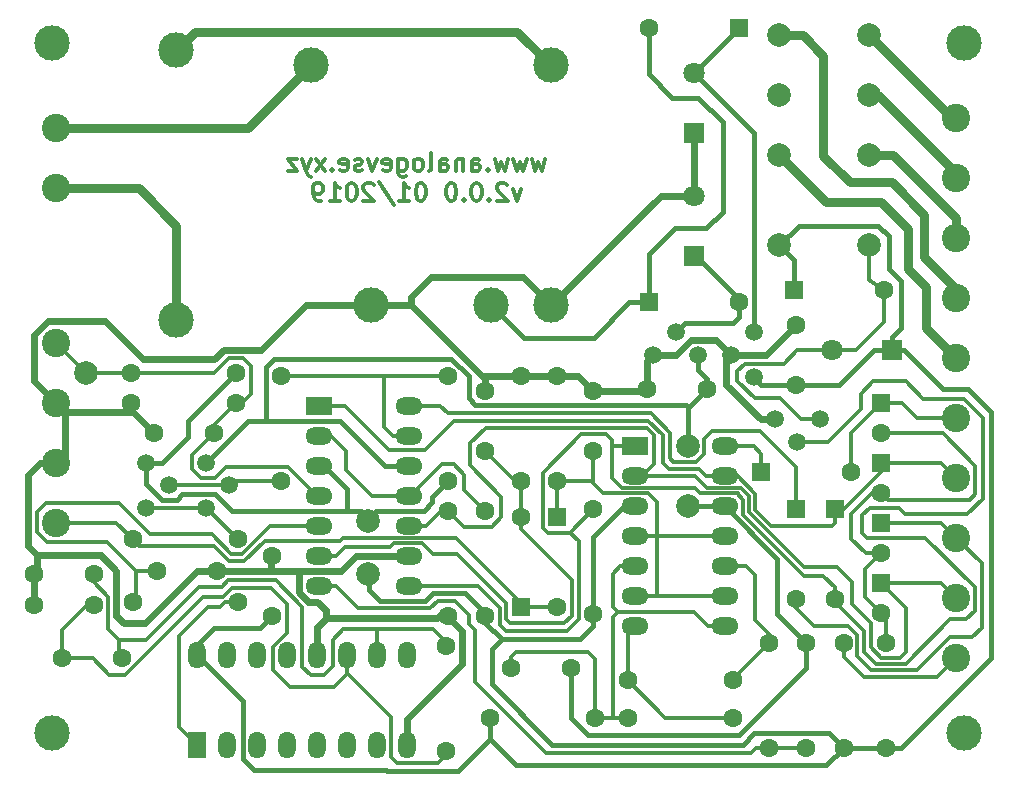
<source format=gbl>
G04 #@! TF.GenerationSoftware,KiCad,Pcbnew,(5.0.1-3-g963ef8bb5)*
G04 #@! TF.CreationDate,2019-01-03T16:06:43+01:00*
G04 #@! TF.ProjectId,AnalogEVSE,416E616C6F67455653452E6B69636164,1.6*
G04 #@! TF.SameCoordinates,Original*
G04 #@! TF.FileFunction,Copper,L2,Bot,Signal*
G04 #@! TF.FilePolarity,Positive*
%FSLAX46Y46*%
G04 Gerber Fmt 4.6, Leading zero omitted, Abs format (unit mm)*
G04 Created by KiCad (PCBNEW (5.0.1-3-g963ef8bb5)) date 2019 January 03, Thursday 16:06:43*
%MOMM*%
%LPD*%
G01*
G04 APERTURE LIST*
G04 #@! TA.AperFunction,NonConductor*
%ADD10C,0.300000*%
G04 #@! TD*
G04 #@! TA.AperFunction,ComponentPad*
%ADD11R,1.800000X1.800000*%
G04 #@! TD*
G04 #@! TA.AperFunction,ComponentPad*
%ADD12C,1.800000*%
G04 #@! TD*
G04 #@! TA.AperFunction,ComponentPad*
%ADD13C,1.600000*%
G04 #@! TD*
G04 #@! TA.AperFunction,ComponentPad*
%ADD14R,1.600000X1.600000*%
G04 #@! TD*
G04 #@! TA.AperFunction,ComponentPad*
%ADD15C,3.000000*%
G04 #@! TD*
G04 #@! TA.AperFunction,ComponentPad*
%ADD16C,2.000000*%
G04 #@! TD*
G04 #@! TA.AperFunction,ComponentPad*
%ADD17C,2.400000*%
G04 #@! TD*
G04 #@! TA.AperFunction,ComponentPad*
%ADD18C,1.500000*%
G04 #@! TD*
G04 #@! TA.AperFunction,ComponentPad*
%ADD19O,1.500000X2.286000*%
G04 #@! TD*
G04 #@! TA.AperFunction,ComponentPad*
%ADD20R,1.500000X2.286000*%
G04 #@! TD*
G04 #@! TA.AperFunction,ComponentPad*
%ADD21R,2.286000X1.500000*%
G04 #@! TD*
G04 #@! TA.AperFunction,ComponentPad*
%ADD22O,2.286000X1.500000*%
G04 #@! TD*
G04 #@! TA.AperFunction,ViaPad*
%ADD23C,1.400000*%
G04 #@! TD*
G04 #@! TA.AperFunction,Conductor*
%ADD24C,0.400000*%
G04 #@! TD*
G04 #@! TA.AperFunction,Conductor*
%ADD25C,0.600000*%
G04 #@! TD*
G04 #@! TA.AperFunction,Conductor*
%ADD26C,0.300000*%
G04 #@! TD*
G04 #@! TA.AperFunction,Conductor*
%ADD27C,0.800000*%
G04 #@! TD*
G04 APERTURE END LIST*
D10*
X152523257Y-42574171D02*
X152237542Y-43574171D01*
X151951828Y-42859885D01*
X151666114Y-43574171D01*
X151380400Y-42574171D01*
X150951828Y-42574171D02*
X150666114Y-43574171D01*
X150380400Y-42859885D01*
X150094685Y-43574171D01*
X149808971Y-42574171D01*
X149380400Y-42574171D02*
X149094685Y-43574171D01*
X148808971Y-42859885D01*
X148523257Y-43574171D01*
X148237542Y-42574171D01*
X147666114Y-43431314D02*
X147594685Y-43502742D01*
X147666114Y-43574171D01*
X147737542Y-43502742D01*
X147666114Y-43431314D01*
X147666114Y-43574171D01*
X146308971Y-43574171D02*
X146308971Y-42788457D01*
X146380400Y-42645600D01*
X146523257Y-42574171D01*
X146808971Y-42574171D01*
X146951828Y-42645600D01*
X146308971Y-43502742D02*
X146451828Y-43574171D01*
X146808971Y-43574171D01*
X146951828Y-43502742D01*
X147023257Y-43359885D01*
X147023257Y-43217028D01*
X146951828Y-43074171D01*
X146808971Y-43002742D01*
X146451828Y-43002742D01*
X146308971Y-42931314D01*
X145594685Y-42574171D02*
X145594685Y-43574171D01*
X145594685Y-42717028D02*
X145523257Y-42645600D01*
X145380400Y-42574171D01*
X145166114Y-42574171D01*
X145023257Y-42645600D01*
X144951828Y-42788457D01*
X144951828Y-43574171D01*
X143594685Y-43574171D02*
X143594685Y-42788457D01*
X143666114Y-42645600D01*
X143808971Y-42574171D01*
X144094685Y-42574171D01*
X144237542Y-42645600D01*
X143594685Y-43502742D02*
X143737542Y-43574171D01*
X144094685Y-43574171D01*
X144237542Y-43502742D01*
X144308971Y-43359885D01*
X144308971Y-43217028D01*
X144237542Y-43074171D01*
X144094685Y-43002742D01*
X143737542Y-43002742D01*
X143594685Y-42931314D01*
X142666114Y-43574171D02*
X142808971Y-43502742D01*
X142880400Y-43359885D01*
X142880400Y-42074171D01*
X141880400Y-43574171D02*
X142023257Y-43502742D01*
X142094685Y-43431314D01*
X142166114Y-43288457D01*
X142166114Y-42859885D01*
X142094685Y-42717028D01*
X142023257Y-42645600D01*
X141880400Y-42574171D01*
X141666114Y-42574171D01*
X141523257Y-42645600D01*
X141451828Y-42717028D01*
X141380400Y-42859885D01*
X141380400Y-43288457D01*
X141451828Y-43431314D01*
X141523257Y-43502742D01*
X141666114Y-43574171D01*
X141880400Y-43574171D01*
X140094685Y-42574171D02*
X140094685Y-43788457D01*
X140166114Y-43931314D01*
X140237542Y-44002742D01*
X140380400Y-44074171D01*
X140594685Y-44074171D01*
X140737542Y-44002742D01*
X140094685Y-43502742D02*
X140237542Y-43574171D01*
X140523257Y-43574171D01*
X140666114Y-43502742D01*
X140737542Y-43431314D01*
X140808971Y-43288457D01*
X140808971Y-42859885D01*
X140737542Y-42717028D01*
X140666114Y-42645600D01*
X140523257Y-42574171D01*
X140237542Y-42574171D01*
X140094685Y-42645600D01*
X138808971Y-43502742D02*
X138951828Y-43574171D01*
X139237542Y-43574171D01*
X139380400Y-43502742D01*
X139451828Y-43359885D01*
X139451828Y-42788457D01*
X139380400Y-42645600D01*
X139237542Y-42574171D01*
X138951828Y-42574171D01*
X138808971Y-42645600D01*
X138737542Y-42788457D01*
X138737542Y-42931314D01*
X139451828Y-43074171D01*
X138237542Y-42574171D02*
X137880400Y-43574171D01*
X137523257Y-42574171D01*
X137023257Y-43502742D02*
X136880400Y-43574171D01*
X136594685Y-43574171D01*
X136451828Y-43502742D01*
X136380400Y-43359885D01*
X136380400Y-43288457D01*
X136451828Y-43145600D01*
X136594685Y-43074171D01*
X136808971Y-43074171D01*
X136951828Y-43002742D01*
X137023257Y-42859885D01*
X137023257Y-42788457D01*
X136951828Y-42645600D01*
X136808971Y-42574171D01*
X136594685Y-42574171D01*
X136451828Y-42645600D01*
X135166114Y-43502742D02*
X135308971Y-43574171D01*
X135594685Y-43574171D01*
X135737542Y-43502742D01*
X135808971Y-43359885D01*
X135808971Y-42788457D01*
X135737542Y-42645600D01*
X135594685Y-42574171D01*
X135308971Y-42574171D01*
X135166114Y-42645600D01*
X135094685Y-42788457D01*
X135094685Y-42931314D01*
X135808971Y-43074171D01*
X134451828Y-43431314D02*
X134380400Y-43502742D01*
X134451828Y-43574171D01*
X134523257Y-43502742D01*
X134451828Y-43431314D01*
X134451828Y-43574171D01*
X133880400Y-43574171D02*
X133094685Y-42574171D01*
X133880400Y-42574171D02*
X133094685Y-43574171D01*
X132666114Y-42574171D02*
X132308971Y-43574171D01*
X131951828Y-42574171D02*
X132308971Y-43574171D01*
X132451828Y-43931314D01*
X132523257Y-44002742D01*
X132666114Y-44074171D01*
X131523257Y-42574171D02*
X130737542Y-42574171D01*
X131523257Y-43574171D01*
X130737542Y-43574171D01*
X150487542Y-45124171D02*
X150130400Y-46124171D01*
X149773257Y-45124171D01*
X149273257Y-44767028D02*
X149201828Y-44695600D01*
X149058971Y-44624171D01*
X148701828Y-44624171D01*
X148558971Y-44695600D01*
X148487542Y-44767028D01*
X148416114Y-44909885D01*
X148416114Y-45052742D01*
X148487542Y-45267028D01*
X149344685Y-46124171D01*
X148416114Y-46124171D01*
X147773257Y-45981314D02*
X147701828Y-46052742D01*
X147773257Y-46124171D01*
X147844685Y-46052742D01*
X147773257Y-45981314D01*
X147773257Y-46124171D01*
X146773257Y-44624171D02*
X146630400Y-44624171D01*
X146487542Y-44695600D01*
X146416114Y-44767028D01*
X146344685Y-44909885D01*
X146273257Y-45195600D01*
X146273257Y-45552742D01*
X146344685Y-45838457D01*
X146416114Y-45981314D01*
X146487542Y-46052742D01*
X146630400Y-46124171D01*
X146773257Y-46124171D01*
X146916114Y-46052742D01*
X146987542Y-45981314D01*
X147058971Y-45838457D01*
X147130400Y-45552742D01*
X147130400Y-45195600D01*
X147058971Y-44909885D01*
X146987542Y-44767028D01*
X146916114Y-44695600D01*
X146773257Y-44624171D01*
X145630400Y-45981314D02*
X145558971Y-46052742D01*
X145630400Y-46124171D01*
X145701828Y-46052742D01*
X145630400Y-45981314D01*
X145630400Y-46124171D01*
X144630400Y-44624171D02*
X144487542Y-44624171D01*
X144344685Y-44695600D01*
X144273257Y-44767028D01*
X144201828Y-44909885D01*
X144130400Y-45195600D01*
X144130400Y-45552742D01*
X144201828Y-45838457D01*
X144273257Y-45981314D01*
X144344685Y-46052742D01*
X144487542Y-46124171D01*
X144630400Y-46124171D01*
X144773257Y-46052742D01*
X144844685Y-45981314D01*
X144916114Y-45838457D01*
X144987542Y-45552742D01*
X144987542Y-45195600D01*
X144916114Y-44909885D01*
X144844685Y-44767028D01*
X144773257Y-44695600D01*
X144630400Y-44624171D01*
X142058971Y-44624171D02*
X141916114Y-44624171D01*
X141773257Y-44695600D01*
X141701828Y-44767028D01*
X141630400Y-44909885D01*
X141558971Y-45195600D01*
X141558971Y-45552742D01*
X141630400Y-45838457D01*
X141701828Y-45981314D01*
X141773257Y-46052742D01*
X141916114Y-46124171D01*
X142058971Y-46124171D01*
X142201828Y-46052742D01*
X142273257Y-45981314D01*
X142344685Y-45838457D01*
X142416114Y-45552742D01*
X142416114Y-45195600D01*
X142344685Y-44909885D01*
X142273257Y-44767028D01*
X142201828Y-44695600D01*
X142058971Y-44624171D01*
X140130400Y-46124171D02*
X140987542Y-46124171D01*
X140558971Y-46124171D02*
X140558971Y-44624171D01*
X140701828Y-44838457D01*
X140844685Y-44981314D01*
X140987542Y-45052742D01*
X138416114Y-44552742D02*
X139701828Y-46481314D01*
X137987542Y-44767028D02*
X137916114Y-44695600D01*
X137773257Y-44624171D01*
X137416114Y-44624171D01*
X137273257Y-44695600D01*
X137201828Y-44767028D01*
X137130400Y-44909885D01*
X137130400Y-45052742D01*
X137201828Y-45267028D01*
X138058971Y-46124171D01*
X137130400Y-46124171D01*
X136201828Y-44624171D02*
X136058971Y-44624171D01*
X135916114Y-44695600D01*
X135844685Y-44767028D01*
X135773257Y-44909885D01*
X135701828Y-45195600D01*
X135701828Y-45552742D01*
X135773257Y-45838457D01*
X135844685Y-45981314D01*
X135916114Y-46052742D01*
X136058971Y-46124171D01*
X136201828Y-46124171D01*
X136344685Y-46052742D01*
X136416114Y-45981314D01*
X136487542Y-45838457D01*
X136558971Y-45552742D01*
X136558971Y-45195600D01*
X136487542Y-44909885D01*
X136416114Y-44767028D01*
X136344685Y-44695600D01*
X136201828Y-44624171D01*
X134273257Y-46124171D02*
X135130400Y-46124171D01*
X134701828Y-46124171D02*
X134701828Y-44624171D01*
X134844685Y-44838457D01*
X134987542Y-44981314D01*
X135130400Y-45052742D01*
X133558971Y-46124171D02*
X133273257Y-46124171D01*
X133130400Y-46052742D01*
X133058971Y-45981314D01*
X132916114Y-45767028D01*
X132844685Y-45481314D01*
X132844685Y-44909885D01*
X132916114Y-44767028D01*
X132987542Y-44695600D01*
X133130400Y-44624171D01*
X133416114Y-44624171D01*
X133558971Y-44695600D01*
X133630400Y-44767028D01*
X133701828Y-44909885D01*
X133701828Y-45267028D01*
X133630400Y-45409885D01*
X133558971Y-45481314D01*
X133416114Y-45552742D01*
X133130400Y-45552742D01*
X132987542Y-45481314D01*
X132916114Y-45409885D01*
X132844685Y-45267028D01*
D11*
G04 #@! TO.P,C1,2*
G04 #@! TO.N,GND*
X165100000Y-40386000D03*
D12*
G04 #@! TO.P,C1,1*
G04 #@! TO.N,Net-(C1-Pad1)*
X165100000Y-35306000D03*
G04 #@! TD*
D13*
G04 #@! TO.P,C2,1*
G04 #@! TO.N,GND*
X173736000Y-56642000D03*
G04 #@! TO.P,C2,2*
G04 #@! TO.N,+12V*
X173736000Y-61722000D03*
G04 #@! TD*
G04 #@! TO.P,C3,1*
G04 #@! TO.N,-12V*
X154686000Y-85725000D03*
G04 #@! TO.P,C3,2*
G04 #@! TO.N,Vconn*
X149606000Y-85725000D03*
G04 #@! TD*
D11*
G04 #@! TO.P,C4,2*
G04 #@! TO.N,Net-(C4-Pad2)*
X165100000Y-50800000D03*
D12*
G04 #@! TO.P,C4,1*
G04 #@! TO.N,GND*
X165100000Y-45720000D03*
G04 #@! TD*
D13*
G04 #@! TO.P,C5,1*
G04 #@! TO.N,-12V*
X166243000Y-62103000D03*
G04 #@! TO.P,C5,2*
G04 #@! TO.N,GND*
X161163000Y-62103000D03*
G04 #@! TD*
G04 #@! TO.P,C7,1*
G04 #@! TO.N,+12V*
X129387600Y-81305400D03*
G04 #@! TO.P,C7,2*
G04 #@! TO.N,GND*
X129387600Y-76225400D03*
G04 #@! TD*
G04 #@! TO.P,C8,1*
G04 #@! TO.N,Net-(C8-Pad1)*
X119634000Y-77470000D03*
G04 #@! TO.P,C8,2*
G04 #@! TO.N,GND*
X124714000Y-77470000D03*
G04 #@! TD*
G04 #@! TO.P,C9,1*
G04 #@! TO.N,Net-(C9-Pad1)*
X114300000Y-80391000D03*
G04 #@! TO.P,C9,2*
G04 #@! TO.N,GND*
X109220000Y-80391000D03*
G04 #@! TD*
G04 #@! TO.P,C10,1*
G04 #@! TO.N,Net-(C10-Pad1)*
X114300000Y-77724000D03*
G04 #@! TO.P,C10,2*
G04 #@! TO.N,GND*
X109220000Y-77724000D03*
G04 #@! TD*
G04 #@! TO.P,C11,1*
G04 #@! TO.N,Net-(C11-Pad1)*
X124460000Y-65786000D03*
G04 #@! TO.P,C11,2*
G04 #@! TO.N,GND*
X119380000Y-65786000D03*
G04 #@! TD*
G04 #@! TO.P,C12,1*
G04 #@! TO.N,Net-(C12-Pad1)*
X156591000Y-67310000D03*
G04 #@! TO.P,C12,2*
G04 #@! TO.N,GND*
X156591000Y-62230000D03*
G04 #@! TD*
G04 #@! TO.P,C13,1*
G04 #@! TO.N,Net-(C13-Pad1)*
X147447000Y-67310000D03*
G04 #@! TO.P,C13,2*
G04 #@! TO.N,GND*
X147447000Y-62230000D03*
G04 #@! TD*
D14*
G04 #@! TO.P,D1,2*
G04 #@! TO.N,Net-(C1-Pad1)*
X168910000Y-31496000D03*
D13*
G04 #@! TO.P,D1,1*
G04 #@! TO.N,Net-(D1-Pad1)*
X161290000Y-31496000D03*
G04 #@! TD*
D14*
G04 #@! TO.P,D3,2*
G04 #@! TO.N,+12V*
X173609000Y-53721000D03*
D13*
G04 #@! TO.P,D3,1*
G04 #@! TO.N,Net-(C6-Pad2)*
X181229000Y-53721000D03*
G04 #@! TD*
D14*
G04 #@! TO.P,D6,2*
G04 #@! TO.N,Net-(D6-Pad2)*
X177038000Y-72263000D03*
D13*
G04 #@! TO.P,D6,1*
G04 #@! TO.N,Net-(D6-Pad1)*
X177038000Y-79883000D03*
G04 #@! TD*
D15*
G04 #@! TO.P,F1,1*
G04 #@! TO.N,Net-(F1-Pad1)*
X121285000Y-56261000D03*
G04 #@! TO.P,F1,2*
G04 #@! TO.N,Net-(F1-Pad2)*
X121285000Y-33401000D03*
G04 #@! TD*
D16*
G04 #@! TO.P,K1,16*
G04 #@! TO.N,Net-(K1-Pad16)*
X179959000Y-32131000D03*
G04 #@! TO.P,K1,1*
G04 #@! TO.N,Net-(K1-Pad1)*
X172339000Y-32131000D03*
G04 #@! TO.P,K1,3*
G04 #@! TO.N,Net-(K1-Pad3)*
X172339000Y-37211000D03*
G04 #@! TO.P,K1,5*
G04 #@! TO.N,Net-(K1-Pad5)*
X172339000Y-42291000D03*
G04 #@! TO.P,K1,8*
G04 #@! TO.N,+12V*
X172339000Y-49911000D03*
G04 #@! TO.P,K1,9*
G04 #@! TO.N,Net-(C6-Pad2)*
X179959000Y-49911000D03*
G04 #@! TO.P,K1,12*
G04 #@! TO.N,Net-(K1-Pad12)*
X179959000Y-42291000D03*
G04 #@! TO.P,K1,14*
G04 #@! TO.N,Net-(K1-Pad14)*
X179959000Y-37211000D03*
G04 #@! TD*
D17*
G04 #@! TO.P,P1,1*
G04 #@! TO.N,Net-(F1-Pad1)*
X111125000Y-45085000D03*
G04 #@! TO.P,P1,2*
G04 #@! TO.N,Net-(P1-Pad2)*
X111125000Y-40005000D03*
G04 #@! TD*
G04 #@! TO.P,P2,1*
G04 #@! TO.N,Net-(K1-Pad12)*
X187325000Y-49276000D03*
G04 #@! TO.P,P2,2*
G04 #@! TO.N,Net-(K1-Pad14)*
X187325000Y-44196000D03*
G04 #@! TO.P,P2,3*
G04 #@! TO.N,Net-(K1-Pad16)*
X187325000Y-39116000D03*
G04 #@! TD*
G04 #@! TO.P,P3,1*
G04 #@! TO.N,Net-(K1-Pad5)*
X187325000Y-59436000D03*
G04 #@! TO.P,P3,2*
G04 #@! TO.N,Net-(K1-Pad1)*
X187325000Y-54356000D03*
G04 #@! TD*
G04 #@! TO.P,P4,1*
G04 #@! TO.N,Net-(D10-Pad1)*
X111125000Y-73406000D03*
G04 #@! TO.P,P4,2*
G04 #@! TO.N,GND*
X111125000Y-68326000D03*
G04 #@! TD*
G04 #@! TO.P,P5,1*
G04 #@! TO.N,Net-(D4-Pad1)*
X187325000Y-74676000D03*
G04 #@! TO.P,P5,2*
G04 #@! TO.N,Net-(D6-Pad2)*
X187325000Y-69596000D03*
G04 #@! TO.P,P5,3*
G04 #@! TO.N,Net-(D5-Pad1)*
X187325000Y-64516000D03*
G04 #@! TD*
G04 #@! TO.P,P6,1*
G04 #@! TO.N,Net-(C11-Pad1)*
X111125000Y-58166000D03*
G04 #@! TO.P,P6,2*
G04 #@! TO.N,GND*
X111125000Y-63246000D03*
G04 #@! TD*
G04 #@! TO.P,P7,1*
G04 #@! TO.N,Net-(P7-Pad1)*
X187325000Y-84836000D03*
G04 #@! TO.P,P7,2*
G04 #@! TO.N,Net-(D11-Pad2)*
X187325000Y-79756000D03*
G04 #@! TD*
D18*
G04 #@! TO.P,Q1,2*
G04 #@! TO.N,Net-(Q1-Pad2)*
X120650000Y-70231000D03*
G04 #@! TO.P,Q1,3*
G04 #@! TO.N,+12V*
X118745000Y-68326000D03*
G04 #@! TO.P,Q1,1*
G04 #@! TO.N,Net-(Q1-Pad1)*
X118745000Y-72136000D03*
G04 #@! TD*
G04 #@! TO.P,U1,GND*
G04 #@! TO.N,GND*
X168275000Y-59182000D03*
G04 #@! TO.P,U1,VO*
G04 #@! TO.N,+12V*
X170180000Y-61087000D03*
G04 #@! TO.P,U1,VI*
G04 #@! TO.N,Net-(C1-Pad1)*
X170180000Y-57277000D03*
G04 #@! TD*
G04 #@! TO.P,U2,VI*
G04 #@! TO.N,Net-(C4-Pad2)*
X163576000Y-57277000D03*
G04 #@! TO.P,U2,GND*
G04 #@! TO.N,GND*
X161671000Y-59182000D03*
G04 #@! TO.P,U2,VO*
G04 #@! TO.N,-12V*
X165481000Y-59182000D03*
G04 #@! TD*
D19*
G04 #@! TO.P,U4,15*
G04 #@! TO.N,Net-(U4-Pad15)*
X125603000Y-84582000D03*
G04 #@! TO.P,U4,14*
G04 #@! TO.N,Net-(U4-Pad14)*
X128143000Y-84582000D03*
D20*
G04 #@! TO.P,U4,1*
G04 #@! TO.N,Net-(R7-Pad1)*
X123063000Y-92202000D03*
D19*
G04 #@! TO.P,U4,2*
G04 #@! TO.N,Net-(U4-Pad2)*
X125603000Y-92202000D03*
G04 #@! TO.P,U4,3*
G04 #@! TO.N,Net-(U4-Pad3)*
X128143000Y-92202000D03*
G04 #@! TO.P,U4,4*
G04 #@! TO.N,Net-(U4-Pad4)*
X130683000Y-92202000D03*
G04 #@! TO.P,U4,5*
G04 #@! TO.N,Net-(U4-Pad5)*
X133223000Y-92202000D03*
G04 #@! TO.P,U4,6*
G04 #@! TO.N,Net-(U4-Pad6)*
X135763000Y-92202000D03*
G04 #@! TO.P,U4,7*
G04 #@! TO.N,Net-(U4-Pad7)*
X138303000Y-92202000D03*
G04 #@! TO.P,U4,8*
G04 #@! TO.N,GND*
X140843000Y-92202000D03*
G04 #@! TO.P,U4,9*
G04 #@! TO.N,Net-(U4-Pad9)*
X140843000Y-84582000D03*
G04 #@! TO.P,U4,10*
G04 #@! TO.N,Net-(C10-Pad1)*
X138303000Y-84582000D03*
G04 #@! TO.P,U4,11*
G04 #@! TO.N,Net-(C9-Pad1)*
X135763000Y-84582000D03*
G04 #@! TO.P,U4,12*
G04 #@! TO.N,GND*
X133223000Y-84582000D03*
G04 #@! TO.P,U4,13*
G04 #@! TO.N,Net-(U4-Pad13)*
X130683000Y-84582000D03*
G04 #@! TO.P,U4,16*
G04 #@! TO.N,+12V*
X123063000Y-84582000D03*
G04 #@! TD*
D13*
G04 #@! TO.P,Y1,1*
G04 #@! TO.N,Net-(C9-Pad1)*
X111607600Y-84836000D03*
G04 #@! TO.P,Y1,2*
G04 #@! TO.N,Net-(C10-Pad1)*
X116687600Y-84836000D03*
G04 #@! TD*
G04 #@! TO.P,R1,1*
G04 #@! TO.N,+12V*
X147828000Y-89916000D03*
G04 #@! TO.P,R1,2*
G04 #@! TO.N,Vconn*
X156718000Y-89916000D03*
G04 #@! TD*
G04 #@! TO.P,R2,1*
G04 #@! TO.N,Vconn*
X159512000Y-89916000D03*
G04 #@! TO.P,R2,2*
G04 #@! TO.N,Vcharge*
X168402000Y-89916000D03*
G04 #@! TD*
G04 #@! TO.P,R3,1*
G04 #@! TO.N,Vcharge*
X159512000Y-86741000D03*
G04 #@! TO.P,R3,2*
G04 #@! TO.N,Vmin*
X168402000Y-86741000D03*
G04 #@! TD*
G04 #@! TO.P,R4,1*
G04 #@! TO.N,Vmin*
X171450000Y-83566000D03*
G04 #@! TO.P,R4,2*
G04 #@! TO.N,Vneg*
X171450000Y-92456000D03*
G04 #@! TD*
G04 #@! TO.P,R5,1*
G04 #@! TO.N,Vneg*
X174625000Y-92456000D03*
G04 #@! TO.P,R5,2*
G04 #@! TO.N,-12V*
X174625000Y-83566000D03*
G04 #@! TD*
G04 #@! TO.P,R6,1*
G04 #@! TO.N,Net-(D6-Pad1)*
X156591000Y-72263000D03*
G04 #@! TO.P,R6,2*
G04 #@! TO.N,+12V*
X156591000Y-81153000D03*
G04 #@! TD*
G04 #@! TO.P,R7,1*
G04 #@! TO.N,Net-(R7-Pad1)*
X126492000Y-80137000D03*
G04 #@! TO.P,R7,2*
G04 #@! TO.N,Net-(C8-Pad1)*
X117602000Y-80137000D03*
G04 #@! TD*
G04 #@! TO.P,R8,1*
G04 #@! TO.N,Net-(C9-Pad1)*
X144145000Y-92710000D03*
G04 #@! TO.P,R8,2*
G04 #@! TO.N,Net-(C10-Pad1)*
X144145000Y-83820000D03*
G04 #@! TD*
G04 #@! TO.P,R9,1*
G04 #@! TO.N,+12V*
X181356000Y-92456000D03*
G04 #@! TO.P,R9,2*
G04 #@! TO.N,Net-(D11-Pad1)*
X181356000Y-83566000D03*
G04 #@! TD*
G04 #@! TO.P,R10,1*
G04 #@! TO.N,Net-(R10-Pad1)*
X147447000Y-72390000D03*
G04 #@! TO.P,R10,2*
G04 #@! TO.N,+12V*
X147447000Y-81280000D03*
G04 #@! TD*
G04 #@! TO.P,R11,1*
G04 #@! TO.N,Net-(C11-Pad1)*
X117475000Y-60706000D03*
G04 #@! TO.P,R11,2*
G04 #@! TO.N,+12V*
X126365000Y-60706000D03*
G04 #@! TD*
G04 #@! TO.P,R12,1*
G04 #@! TO.N,Net-(Q1-Pad1)*
X126492000Y-74803000D03*
G04 #@! TO.P,R12,2*
G04 #@! TO.N,Net-(D10-Pad1)*
X117602000Y-74803000D03*
G04 #@! TD*
G04 #@! TO.P,R13,1*
G04 #@! TO.N,GND*
X117475000Y-63246000D03*
G04 #@! TO.P,R13,2*
G04 #@! TO.N,Net-(C11-Pad1)*
X126365000Y-63246000D03*
G04 #@! TD*
G04 #@! TO.P,R14,1*
G04 #@! TO.N,GND*
X153543000Y-60960000D03*
G04 #@! TO.P,R14,2*
G04 #@! TO.N,Net-(C12-Pad1)*
X153543000Y-69850000D03*
G04 #@! TD*
G04 #@! TO.P,R15,1*
G04 #@! TO.N,Net-(R15-Pad1)*
X130175000Y-60960000D03*
G04 #@! TO.P,R15,2*
G04 #@! TO.N,Net-(Q1-Pad2)*
X130175000Y-69850000D03*
G04 #@! TD*
G04 #@! TO.P,R16,1*
G04 #@! TO.N,Net-(R15-Pad1)*
X144272000Y-60960000D03*
G04 #@! TO.P,R16,2*
G04 #@! TO.N,+12V*
X144272000Y-69850000D03*
G04 #@! TD*
D11*
G04 #@! TO.P,C6,1*
G04 #@! TO.N,+12V*
X181864000Y-58801000D03*
D12*
G04 #@! TO.P,C6,2*
G04 #@! TO.N,Net-(C6-Pad2)*
X176784000Y-58801000D03*
G04 #@! TD*
D14*
G04 #@! TO.P,D2,2*
G04 #@! TO.N,Net-(D1-Pad1)*
X161290000Y-54737000D03*
D13*
G04 #@! TO.P,D2,1*
G04 #@! TO.N,Net-(C4-Pad2)*
X168910000Y-54737000D03*
G04 #@! TD*
D14*
G04 #@! TO.P,D7,2*
G04 #@! TO.N,Net-(D4-Pad1)*
X180975000Y-73406000D03*
D13*
G04 #@! TO.P,D7,1*
G04 #@! TO.N,Net-(D11-Pad1)*
X180975000Y-75946000D03*
G04 #@! TD*
D14*
G04 #@! TO.P,D8,2*
G04 #@! TO.N,Net-(D5-Pad1)*
X180975000Y-63246000D03*
D13*
G04 #@! TO.P,D8,1*
G04 #@! TO.N,Net-(D11-Pad1)*
X180975000Y-65786000D03*
G04 #@! TD*
D14*
G04 #@! TO.P,D9,2*
G04 #@! TO.N,Net-(D6-Pad2)*
X180975000Y-68326000D03*
D13*
G04 #@! TO.P,D9,1*
G04 #@! TO.N,Net-(D11-Pad1)*
X180975000Y-70866000D03*
G04 #@! TD*
D14*
G04 #@! TO.P,D10,2*
G04 #@! TO.N,Net-(C12-Pad1)*
X153543000Y-72898000D03*
D13*
G04 #@! TO.P,D10,1*
G04 #@! TO.N,Net-(D10-Pad1)*
X153543000Y-80518000D03*
G04 #@! TD*
D14*
G04 #@! TO.P,D11,2*
G04 #@! TO.N,Net-(D11-Pad2)*
X180975000Y-78486000D03*
D13*
G04 #@! TO.P,D11,1*
G04 #@! TO.N,Net-(D11-Pad1)*
X180975000Y-81026000D03*
G04 #@! TD*
D14*
G04 #@! TO.P,D12,2*
G04 #@! TO.N,Net-(D10-Pad1)*
X150495000Y-80518000D03*
D13*
G04 #@! TO.P,D12,1*
G04 #@! TO.N,Net-(C13-Pad1)*
X150495000Y-72898000D03*
G04 #@! TD*
D18*
G04 #@! TO.P,Q2,2*
G04 #@! TO.N,Net-(Q1-Pad2)*
X125730000Y-70231000D03*
G04 #@! TO.P,Q2,3*
G04 #@! TO.N,-12V*
X123825000Y-68326000D03*
G04 #@! TO.P,Q2,1*
G04 #@! TO.N,Net-(Q1-Pad1)*
X123825000Y-72136000D03*
G04 #@! TD*
D13*
G04 #@! TO.P,R17,1*
G04 #@! TO.N,+12V*
X177800000Y-92456000D03*
G04 #@! TO.P,R17,2*
G04 #@! TO.N,Net-(P7-Pad1)*
X177800000Y-83566000D03*
G04 #@! TD*
G04 #@! TO.P,R18,1*
G04 #@! TO.N,Net-(D11-Pad2)*
X144272000Y-72390000D03*
G04 #@! TO.P,R18,2*
G04 #@! TO.N,GND*
X144272000Y-81280000D03*
G04 #@! TD*
G04 #@! TO.P,R19,1*
G04 #@! TO.N,GND*
X150495000Y-60960000D03*
G04 #@! TO.P,R19,2*
G04 #@! TO.N,Net-(C13-Pad1)*
X150495000Y-69850000D03*
G04 #@! TD*
D18*
G04 #@! TO.P,Q3,2*
G04 #@! TO.N,Net-(D6-Pad1)*
X173863000Y-66548000D03*
G04 #@! TO.P,Q3,3*
G04 #@! TO.N,Net-(C6-Pad2)*
X175768000Y-64643000D03*
G04 #@! TO.P,Q3,1*
G04 #@! TO.N,GND*
X171958000Y-64643000D03*
G04 #@! TD*
D14*
G04 #@! TO.P,D4,2*
G04 #@! TO.N,Net-(D4-Pad2)*
X173736000Y-72263000D03*
D13*
G04 #@! TO.P,D4,1*
G04 #@! TO.N,Net-(D4-Pad1)*
X173736000Y-79883000D03*
G04 #@! TD*
D14*
G04 #@! TO.P,D5,2*
G04 #@! TO.N,Net-(D5-Pad2)*
X170815000Y-69088000D03*
D13*
G04 #@! TO.P,D5,1*
G04 #@! TO.N,Net-(D5-Pad1)*
X178435000Y-69088000D03*
G04 #@! TD*
D15*
G04 #@! TO.P,,*
G04 #@! TO.N,*
X187960000Y-32766000D03*
G04 #@! TD*
G04 #@! TO.P,,*
G04 #@! TO.N,*
X110744000Y-32766000D03*
G04 #@! TD*
G04 #@! TO.P,,*
G04 #@! TO.N,*
X110744000Y-91186000D03*
G04 #@! TD*
G04 #@! TO.P,,*
G04 #@! TO.N,*
X187960000Y-91186000D03*
G04 #@! TD*
D16*
G04 #@! TO.P,RV1,1*
G04 #@! TO.N,Net-(C11-Pad1)*
X111125000Y-58166000D03*
G04 #@! TO.P,RV1,2*
X113665000Y-60706000D03*
G04 #@! TO.P,RV1,3*
G04 #@! TO.N,GND*
X111125000Y-63246000D03*
G04 #@! TD*
G04 #@! TO.P,,2*
G04 #@! TO.N,+12V*
X137541000Y-73279000D03*
G04 #@! TD*
G04 #@! TO.P,,2*
G04 #@! TO.N,+12V*
X137541000Y-77724000D03*
G04 #@! TD*
G04 #@! TO.P,,2*
G04 #@! TO.N,-12V*
X164592000Y-66878200D03*
G04 #@! TD*
G04 #@! TO.P,,2*
G04 #@! TO.N,-12V*
X164592000Y-72009000D03*
G04 #@! TD*
D21*
G04 #@! TO.P,U3,1*
G04 #@! TO.N,Net-(D6-Pad1)*
X160147000Y-66929000D03*
D22*
G04 #@! TO.P,U3,2*
G04 #@! TO.N,Net-(D11-Pad2)*
X160147000Y-69469000D03*
G04 #@! TO.P,U3,3*
G04 #@! TO.N,+12V*
X160147000Y-72009000D03*
G04 #@! TO.P,U3,4*
G04 #@! TO.N,Net-(C12-Pad1)*
X160147000Y-74549000D03*
G04 #@! TO.P,U3,5*
G04 #@! TO.N,Vconn*
X160147000Y-77089000D03*
G04 #@! TO.P,U3,6*
G04 #@! TO.N,Net-(C12-Pad1)*
X160147000Y-79629000D03*
G04 #@! TO.P,U3,7*
G04 #@! TO.N,Vcharge*
X160147000Y-82169000D03*
G04 #@! TO.P,U3,8*
G04 #@! TO.N,Vconn*
X167767000Y-82169000D03*
G04 #@! TO.P,U3,9*
G04 #@! TO.N,Net-(C12-Pad1)*
X167767000Y-79629000D03*
G04 #@! TO.P,U3,10*
G04 #@! TO.N,Vmin*
X167767000Y-77089000D03*
G04 #@! TO.P,U3,11*
G04 #@! TO.N,Net-(C12-Pad1)*
X167767000Y-74549000D03*
G04 #@! TO.P,U3,12*
G04 #@! TO.N,-12V*
X167767000Y-72009000D03*
G04 #@! TO.P,U3,13*
G04 #@! TO.N,Net-(D6-Pad2)*
X167767000Y-69469000D03*
G04 #@! TO.P,U3,14*
G04 #@! TO.N,Net-(D5-Pad2)*
X167767000Y-66929000D03*
G04 #@! TD*
D21*
G04 #@! TO.P,U5,1*
G04 #@! TO.N,Net-(D6-Pad2)*
X133350000Y-63500000D03*
D22*
G04 #@! TO.P,U5,2*
G04 #@! TO.N,Net-(R10-Pad1)*
X133350000Y-66040000D03*
G04 #@! TO.P,U5,3*
G04 #@! TO.N,+12V*
X133350000Y-68580000D03*
G04 #@! TO.P,U5,4*
G04 #@! TO.N,Net-(C11-Pad1)*
X133350000Y-71120000D03*
G04 #@! TO.P,U5,5*
G04 #@! TO.N,Net-(C8-Pad1)*
X133350000Y-73660000D03*
G04 #@! TO.P,U5,6*
G04 #@! TO.N,Net-(C13-Pad1)*
X133350000Y-76200000D03*
G04 #@! TO.P,U5,7*
G04 #@! TO.N,Vneg*
X133350000Y-78740000D03*
G04 #@! TO.P,U5,8*
G04 #@! TO.N,Net-(D6-Pad1)*
X140970000Y-78740000D03*
G04 #@! TO.P,U5,9*
G04 #@! TO.N,GND*
X140970000Y-76200000D03*
G04 #@! TO.P,U5,10*
G04 #@! TO.N,Net-(D11-Pad2)*
X140970000Y-73660000D03*
G04 #@! TO.P,U5,11*
G04 #@! TO.N,Net-(R10-Pad1)*
X140970000Y-71120000D03*
G04 #@! TO.P,U5,12*
G04 #@! TO.N,-12V*
X140970000Y-68580000D03*
G04 #@! TO.P,U5,13*
G04 #@! TO.N,Net-(R15-Pad1)*
X140970000Y-66040000D03*
G04 #@! TO.P,U5,14*
G04 #@! TO.N,Net-(D4-Pad2)*
X140970000Y-63500000D03*
G04 #@! TD*
D15*
G04 #@! TO.P,T1,4*
G04 #@! TO.N,GND*
X153035000Y-54991000D03*
G04 #@! TO.P,T1,3*
G04 #@! TO.N,Net-(D1-Pad1)*
X147955000Y-54991000D03*
G04 #@! TO.P,T1,4*
G04 #@! TO.N,GND*
X137795000Y-54991000D03*
G04 #@! TO.P,T1,2*
G04 #@! TO.N,Net-(F1-Pad2)*
X153035000Y-34671000D03*
G04 #@! TO.P,T1,1*
G04 #@! TO.N,Net-(P1-Pad2)*
X132715000Y-34671000D03*
G04 #@! TD*
D23*
G04 #@! TO.N,+12V*
X137541000Y-77724000D03*
X137541000Y-73279000D03*
X137541000Y-73406000D03*
X137541000Y-77520800D03*
G04 #@! TO.N,-12V*
X164592000Y-71907400D03*
X164592000Y-67030600D03*
G04 #@! TD*
D24*
G04 #@! TO.N,+12V*
X169240200Y-92176600D02*
X153085800Y-92176600D01*
X170189100Y-91227700D02*
X169240200Y-92176600D01*
X177800000Y-92456000D02*
X176571700Y-91227700D01*
X170189100Y-91227700D02*
X176571700Y-91227700D01*
X147980400Y-84099400D02*
X148844000Y-83235800D01*
X147980400Y-87071200D02*
X147980400Y-84099400D01*
X153085800Y-92176600D02*
X147980400Y-87071200D01*
X147447000Y-81280000D02*
X147447000Y-81838800D01*
X147447000Y-81838800D02*
X148844000Y-83235800D01*
X156591000Y-82143600D02*
X156591000Y-81153000D01*
X148844000Y-83235800D02*
X155498800Y-83235800D01*
X155498800Y-83235800D02*
X156591000Y-82143600D01*
X123063000Y-84582000D02*
X123063000Y-83718400D01*
X123063000Y-83718400D02*
X124460000Y-82321400D01*
X128371600Y-82321400D02*
X129387600Y-81305400D01*
X124460000Y-82321400D02*
X128371600Y-82321400D01*
X139014200Y-94310200D02*
X127863600Y-94310200D01*
X139090400Y-94386400D02*
X139014200Y-94310200D01*
X147828000Y-91705000D02*
X145146600Y-94386400D01*
X145146600Y-94386400D02*
X139090400Y-94386400D01*
X126949200Y-88468200D02*
X123063000Y-84582000D01*
X126949200Y-93395800D02*
X126949200Y-88468200D01*
X127863600Y-94310200D02*
X126949200Y-93395800D01*
X173736000Y-61722000D02*
X170815000Y-61722000D01*
X170815000Y-61722000D02*
X170180000Y-61087000D01*
X173736000Y-61722000D02*
X177419000Y-61722000D01*
X137566400Y-77749400D02*
X137566400Y-79044800D01*
X143002000Y-79349600D02*
X142367000Y-79984600D01*
X142367000Y-79984600D02*
X138506200Y-79984600D01*
X137566400Y-79044800D02*
X138506200Y-79984600D01*
X145745200Y-79349600D02*
X143002000Y-79349600D01*
X145745200Y-79349600D02*
X147447000Y-81051400D01*
X137566400Y-77749400D02*
X137541000Y-77724000D01*
X137541000Y-73406000D02*
X137541000Y-73025000D01*
X181864000Y-58801000D02*
X181864000Y-57658000D01*
X173990000Y-48260000D02*
X172339000Y-49911000D01*
X180721000Y-48260000D02*
X173990000Y-48260000D01*
X181610000Y-49149000D02*
X180721000Y-48260000D01*
X181610000Y-51943000D02*
X181610000Y-49149000D01*
X182626000Y-52959000D02*
X181610000Y-51943000D01*
X182626000Y-56896000D02*
X182626000Y-52959000D01*
X181864000Y-57658000D02*
X182626000Y-56896000D01*
X181864000Y-58801000D02*
X182905400Y-58801000D01*
X188341000Y-62103000D02*
X190271400Y-64033400D01*
X182642600Y-92456000D02*
X190271400Y-84827200D01*
X182642600Y-92456000D02*
X181356000Y-92456000D01*
X190271400Y-64033400D02*
X190271400Y-84827200D01*
X188341000Y-62103000D02*
X186207400Y-62103000D01*
X182905400Y-58801000D02*
X186207400Y-62103000D01*
X182524400Y-58801000D02*
X181864000Y-58801000D01*
X180340000Y-58801000D02*
X181864000Y-58801000D01*
X177419000Y-61722000D02*
X180340000Y-58801000D01*
X173609000Y-53721000D02*
X173609000Y-51181000D01*
X173609000Y-51181000D02*
X172339000Y-49911000D01*
X118745000Y-68326000D02*
X120116600Y-68326000D01*
X122301000Y-64770000D02*
X126365000Y-60706000D01*
X122301000Y-66141600D02*
X122301000Y-64770000D01*
X120116600Y-68326000D02*
X122301000Y-66141600D01*
X142227300Y-72377300D02*
X138188700Y-72377300D01*
X138188700Y-72377300D02*
X137541000Y-73025000D01*
X135712200Y-72382400D02*
X136898400Y-72382400D01*
X136898400Y-72382400D02*
X137541000Y-73025000D01*
X142951200Y-71653400D02*
X142951200Y-71170800D01*
X142951200Y-71170800D02*
X144272000Y-69850000D01*
X142222200Y-72382400D02*
X142227300Y-72377300D01*
X142227300Y-72377300D02*
X142951200Y-71653400D01*
X133350000Y-68580000D02*
X133756400Y-68580000D01*
X133756400Y-68580000D02*
X135712200Y-70535800D01*
X135712200Y-70535800D02*
X135712200Y-72382400D01*
X125976400Y-72382400D02*
X135712200Y-72382400D01*
X118745000Y-68326000D02*
X118745000Y-70106700D01*
X118745000Y-70106700D02*
X120073900Y-71435600D01*
X120073900Y-71435600D02*
X121350400Y-71435600D01*
X121350400Y-71435600D02*
X121811000Y-70975000D01*
X121811000Y-70975000D02*
X124569000Y-70975000D01*
X124569000Y-70975000D02*
X125976400Y-72382400D01*
X150052200Y-93929200D02*
X176326800Y-93929200D01*
X147828000Y-91705000D02*
X150052200Y-93929200D01*
X176326800Y-93929200D02*
X177800000Y-92456000D01*
X147447000Y-81280000D02*
X147447000Y-81051400D01*
X160147000Y-72009000D02*
X159181800Y-72009000D01*
X118745000Y-67965500D02*
X119105500Y-67965500D01*
X156591000Y-74599800D02*
X159181800Y-72009000D01*
X156591000Y-81153000D02*
X156591000Y-74599800D01*
X118745000Y-67965500D02*
X118745000Y-68326000D01*
X147828000Y-91705000D02*
X147828000Y-89916000D01*
X181356000Y-92456000D02*
X177800000Y-92456000D01*
G04 #@! TO.N,-12V*
X164592000Y-63627000D02*
X164592000Y-67030600D01*
X164693600Y-72009000D02*
X167767000Y-72009000D01*
X164592000Y-71907400D02*
X164693600Y-72009000D01*
X164592000Y-63627000D02*
X164719000Y-63627000D01*
X164719000Y-63627000D02*
X166243000Y-62103000D01*
X165481000Y-59182000D02*
X165481000Y-60452000D01*
X165481000Y-60452000D02*
X166243000Y-61214000D01*
X166243000Y-61214000D02*
X166243000Y-62103000D01*
X164592000Y-63627000D02*
X164592000Y-63614800D01*
X164592000Y-63614800D02*
X164407600Y-63430400D01*
X162839400Y-63430400D02*
X164407600Y-63430400D01*
X128911700Y-60191300D02*
X128911700Y-64777400D01*
X129590800Y-59512200D02*
X128911700Y-60191300D01*
X144568400Y-59512200D02*
X129590800Y-59512200D01*
X146039300Y-60983100D02*
X144568400Y-59512200D01*
X146039300Y-62854300D02*
X146039300Y-60983100D01*
X146615400Y-63430400D02*
X146039300Y-62854300D01*
X162839400Y-63430400D02*
X146615400Y-63430400D01*
X128930400Y-64777400D02*
X128930400Y-64668400D01*
X128930400Y-64758700D02*
X128930400Y-64668400D01*
X128911700Y-64777400D02*
X128930400Y-64758700D01*
X127373600Y-64777400D02*
X128930400Y-64777400D01*
X123825000Y-68326000D02*
X127373600Y-64777400D01*
X128930400Y-64777400D02*
X135135400Y-64777400D01*
X138938000Y-68580000D02*
X135135400Y-64777400D01*
X138938000Y-68580000D02*
X140970000Y-68580000D01*
X174625000Y-85684200D02*
X174625000Y-83566000D01*
X168945400Y-91363800D02*
X174625000Y-85684200D01*
X156133800Y-91363800D02*
X168945400Y-91363800D01*
X154686000Y-89916000D02*
X156133800Y-91363800D01*
X154686000Y-85725000D02*
X154686000Y-89916000D01*
X172179100Y-76421100D02*
X167767000Y-72009000D01*
X174625000Y-83566000D02*
X172179100Y-81120100D01*
X172179100Y-81120100D02*
X172179100Y-76421100D01*
D25*
G04 #@! TO.N,GND*
X129311400Y-77470000D02*
X129311400Y-76301600D01*
X129311400Y-76301600D02*
X129387600Y-76225400D01*
X133959600Y-81508600D02*
X133959600Y-80797400D01*
X131673600Y-79273400D02*
X131673600Y-77470000D01*
X132461000Y-80060800D02*
X131673600Y-79273400D01*
X133223000Y-80060800D02*
X132461000Y-80060800D01*
X133959600Y-80797400D02*
X133223000Y-80060800D01*
X144272000Y-81280000D02*
X143560800Y-81280000D01*
X143560800Y-81280000D02*
X143357600Y-81483200D01*
X133223000Y-82245200D02*
X133223000Y-84582000D01*
X133985000Y-81483200D02*
X133959600Y-81508600D01*
X133959600Y-81508600D02*
X133223000Y-82245200D01*
X143357600Y-81483200D02*
X133985000Y-81483200D01*
X124714000Y-77470000D02*
X129311400Y-77470000D01*
X129311400Y-77470000D02*
X131673600Y-77470000D01*
X131673600Y-77470000D02*
X135204200Y-77470000D01*
X135204200Y-77470000D02*
X136474200Y-76200000D01*
X136474200Y-76200000D02*
X140970000Y-76200000D01*
X170967400Y-59182000D02*
X171196000Y-59182000D01*
X168275000Y-59182000D02*
X170967400Y-59182000D01*
X171196000Y-59182000D02*
X173736000Y-56642000D01*
X144272000Y-81280000D02*
X144272000Y-81381600D01*
X144272000Y-81381600D02*
X145465800Y-82575400D01*
X140843000Y-89992200D02*
X140843000Y-92202000D01*
X145465800Y-85369400D02*
X140843000Y-89992200D01*
X145465800Y-82575400D02*
X145465800Y-85369400D01*
X109517700Y-76142100D02*
X114877100Y-76142100D01*
X116205000Y-81280000D02*
X116205000Y-77470000D01*
X116840000Y-81915000D02*
X116205000Y-81280000D01*
X118618000Y-81915000D02*
X116840000Y-81915000D01*
X123063000Y-77470000D02*
X118618000Y-81915000D01*
X123063000Y-77470000D02*
X124714000Y-77470000D01*
X114877100Y-76142100D02*
X116205000Y-77470000D01*
X109517700Y-77426300D02*
X109517700Y-76142100D01*
X108712000Y-75336400D02*
X109517700Y-76142100D01*
X108712000Y-69342000D02*
X108712000Y-75336400D01*
X109728000Y-68326000D02*
X108712000Y-69342000D01*
X109728000Y-68326000D02*
X111125000Y-68326000D01*
X109517700Y-77426300D02*
X109220000Y-77724000D01*
X141173200Y-54991000D02*
X141173200Y-54279800D01*
X150622000Y-52578000D02*
X153035000Y-54991000D01*
X142875000Y-52578000D02*
X150622000Y-52578000D01*
X141173200Y-54279800D02*
X142875000Y-52578000D01*
X137795000Y-54991000D02*
X132283200Y-54991000D01*
X110388400Y-56337200D02*
X115239800Y-56337200D01*
X128498600Y-58775600D02*
X125298200Y-58775600D01*
X125298200Y-58775600D02*
X124510800Y-59563000D01*
X124510800Y-59563000D02*
X118465600Y-59563000D01*
X118465600Y-59563000D02*
X115239800Y-56337200D01*
X109270800Y-61391800D02*
X111125000Y-63246000D01*
X109270800Y-57454800D02*
X109270800Y-61391800D01*
X110388400Y-56337200D02*
X109270800Y-57454800D01*
X132283200Y-54991000D02*
X128498600Y-58775600D01*
X147243800Y-60960000D02*
X147142200Y-60960000D01*
X147472400Y-60960000D02*
X147243800Y-60960000D01*
X141173200Y-54991000D02*
X140639800Y-54991000D01*
X147142200Y-60960000D02*
X141173200Y-54991000D01*
X165100000Y-45720000D02*
X162306000Y-45720000D01*
X162306000Y-45720000D02*
X153035000Y-54991000D01*
X165100000Y-45720000D02*
X165100000Y-40386000D01*
X137795000Y-54991000D02*
X140639800Y-54991000D01*
X171958000Y-64643000D02*
X170764200Y-64643000D01*
X170764200Y-64643000D02*
X167817800Y-61696600D01*
X167817800Y-61696600D02*
X167817800Y-59639200D01*
D24*
X167817800Y-59639200D02*
X168275000Y-59182000D01*
D25*
X166624000Y-57912000D02*
X167005000Y-57912000D01*
X167005000Y-57912000D02*
X168275000Y-59182000D01*
X161671000Y-59182000D02*
X163576000Y-59182000D01*
X164846000Y-57912000D02*
X163576000Y-59182000D01*
X166624000Y-57912000D02*
X164846000Y-57912000D01*
X156591000Y-62230000D02*
X161036000Y-62230000D01*
D24*
X161036000Y-62230000D02*
X161163000Y-62103000D01*
D25*
X109220000Y-77724000D02*
X109220000Y-80391000D01*
D24*
X147447000Y-60960000D02*
X147472400Y-60960000D01*
D25*
X147472400Y-60960000D02*
X150495000Y-60960000D01*
X147447000Y-62230000D02*
X147447000Y-60960000D01*
X111876800Y-63997800D02*
X111125000Y-63246000D01*
X117475000Y-63997800D02*
X117475000Y-63246000D01*
X111876800Y-63997800D02*
X117475000Y-63997800D01*
X117591800Y-63997800D02*
X119380000Y-65786000D01*
D24*
X117475000Y-63997800D02*
X117591800Y-63997800D01*
D25*
X150495000Y-60960000D02*
X153543000Y-60960000D01*
X155321000Y-60960000D02*
X156591000Y-62230000D01*
X153543000Y-60960000D02*
X155321000Y-60960000D01*
X111876800Y-67574200D02*
X111125000Y-68326000D01*
X111876800Y-63997800D02*
X111876800Y-67574200D01*
X109517700Y-77426300D02*
X109220000Y-77724000D01*
D24*
X161163000Y-59690000D02*
X161671000Y-59182000D01*
D25*
X161163000Y-62103000D02*
X161163000Y-59690000D01*
D26*
G04 #@! TO.N,Vcharge*
X159512000Y-86741000D02*
X159512000Y-82804000D01*
X159512000Y-82804000D02*
X160147000Y-82169000D01*
X162687000Y-89916000D02*
X159512000Y-86741000D01*
X168402000Y-89916000D02*
X162687000Y-89916000D01*
G04 #@! TO.N,Vconn*
X149606000Y-85725000D02*
X149606000Y-84785200D01*
X156718000Y-84912200D02*
X156718000Y-89916000D01*
X150088600Y-84302600D02*
X149606000Y-84785200D01*
X156108400Y-84302600D02*
X150088600Y-84302600D01*
X156718000Y-84912200D02*
X156108400Y-84302600D01*
X160147000Y-77089000D02*
X158877000Y-77089000D01*
X158242000Y-80502700D02*
X158704000Y-80964700D01*
X158242000Y-77724000D02*
X158242000Y-80502700D01*
X158877000Y-77089000D02*
X158242000Y-77724000D01*
X159512000Y-89916000D02*
X158262200Y-89916000D01*
X158262200Y-89916000D02*
X156718000Y-89916000D01*
X165119700Y-80964700D02*
X158704000Y-80964700D01*
X166324000Y-82169000D02*
X165119700Y-80964700D01*
X158262200Y-81406500D02*
X158262200Y-89916000D01*
X158704000Y-80964700D02*
X158262200Y-81406500D01*
X167767000Y-82169000D02*
X166324000Y-82169000D01*
G04 #@! TO.N,Vmin*
X171450000Y-83566000D02*
X171450000Y-82778600D01*
X171450000Y-82778600D02*
X170281600Y-81610200D01*
X169519600Y-77089000D02*
X167767000Y-77089000D01*
X170281600Y-77851000D02*
X169519600Y-77089000D01*
X170281600Y-81610200D02*
X170281600Y-77851000D01*
X168402000Y-86614000D02*
X171450000Y-83566000D01*
X168402000Y-86741000D02*
X168402000Y-86614000D01*
G04 #@! TO.N,Vneg*
X146037000Y-81163900D02*
X146037000Y-81978200D01*
X134793000Y-78740000D02*
X136679400Y-80626400D01*
X136679400Y-80626400D02*
X142801800Y-80626400D01*
X142801800Y-80626400D02*
X143447700Y-79980500D01*
X143447700Y-79980500D02*
X144853600Y-79980500D01*
X144853600Y-79980500D02*
X146037000Y-81163900D01*
X133350000Y-78740000D02*
X134793000Y-78740000D01*
X170357800Y-92456000D02*
X169951400Y-92862400D01*
X169951400Y-92862400D02*
X152552400Y-92862400D01*
X170357800Y-92456000D02*
X171450000Y-92456000D01*
X146558000Y-86868000D02*
X152552400Y-92862400D01*
X146558000Y-82499200D02*
X146558000Y-86868000D01*
X146037000Y-81978200D02*
X146558000Y-82499200D01*
X174625000Y-92456000D02*
X171450000Y-92456000D01*
D24*
G04 #@! TO.N,Net-(C1-Pad1)*
X170180000Y-57277000D02*
X170180000Y-40386000D01*
X170180000Y-40386000D02*
X165100000Y-35306000D01*
X165100000Y-35306000D02*
X168910000Y-31496000D01*
G04 #@! TO.N,Net-(C4-Pad2)*
X168910000Y-54737000D02*
X168910000Y-55981600D01*
X164388800Y-56464200D02*
X163576000Y-57277000D01*
X168427400Y-56464200D02*
X164388800Y-56464200D01*
X168910000Y-55981600D02*
X168427400Y-56464200D01*
X168910000Y-54737000D02*
X168910000Y-54483000D01*
X168910000Y-54483000D02*
X165100000Y-50673000D01*
D26*
X168871900Y-54775100D02*
X168910000Y-54737000D01*
G04 #@! TO.N,Net-(C8-Pad1)*
X119083700Y-74379700D02*
X119634000Y-74379700D01*
X116459000Y-71755000D02*
X119083700Y-74379700D01*
X110236000Y-71755000D02*
X116459000Y-71755000D01*
X109474000Y-72517000D02*
X110236000Y-71755000D01*
X109474000Y-74168000D02*
X109474000Y-72517000D01*
X129209800Y-73660000D02*
X126866000Y-76003800D01*
X126866000Y-76003800D02*
X125893400Y-76003800D01*
X125893400Y-76003800D02*
X124269300Y-74379700D01*
X124269300Y-74379700D02*
X119634000Y-74379700D01*
X117856000Y-77470000D02*
X117856000Y-79883000D01*
X117856000Y-79883000D02*
X117602000Y-80137000D01*
X119634000Y-77470000D02*
X117856000Y-77470000D01*
X110363000Y-75057000D02*
X109474000Y-74168000D01*
X115443000Y-75057000D02*
X110363000Y-75057000D01*
X117856000Y-77470000D02*
X115443000Y-75057000D01*
X133350000Y-73660000D02*
X129209800Y-73660000D01*
G04 #@! TO.N,Net-(C9-Pad1)*
X115620800Y-86258400D02*
X116967000Y-86258400D01*
X129311400Y-78892400D02*
X130657600Y-80238600D01*
X130657600Y-80238600D02*
X130657600Y-82702400D01*
X130657600Y-82702400D02*
X129489200Y-83870800D01*
X129489200Y-83870800D02*
X129489200Y-85852000D01*
X129489200Y-85852000D02*
X130920700Y-87283500D01*
X130920700Y-87283500D02*
X134636300Y-87283500D01*
X111607600Y-84836000D02*
X114198400Y-84836000D01*
X114198400Y-84836000D02*
X115620800Y-86258400D01*
X134636300Y-87283500D02*
X135763000Y-86156800D01*
X135763000Y-86156800D02*
X135763000Y-86131400D01*
X125995000Y-78892400D02*
X129311400Y-78892400D01*
X125207600Y-79679800D02*
X125995000Y-78892400D01*
X123545600Y-79679800D02*
X125207600Y-79679800D01*
X116967000Y-86258400D02*
X123545600Y-79679800D01*
X114300000Y-80391000D02*
X113690400Y-80391000D01*
X113690400Y-80391000D02*
X111607600Y-82473800D01*
X111607600Y-82473800D02*
X111607600Y-84836000D01*
X144145000Y-92710000D02*
X144145000Y-93091000D01*
X144145000Y-93091000D02*
X143484600Y-93751400D01*
X139496800Y-89865200D02*
X135763000Y-86131400D01*
X139496800Y-93243400D02*
X139496800Y-89865200D01*
X140004800Y-93751400D02*
X139496800Y-93243400D01*
X143484600Y-93751400D02*
X140004800Y-93751400D01*
X135763000Y-86131400D02*
X135763000Y-86025000D01*
X135763000Y-84582000D02*
X135763000Y-86025000D01*
D24*
G04 #@! TO.N,Net-(D1-Pad1)*
X161290000Y-54737000D02*
X161290000Y-50673000D01*
X161290000Y-35382200D02*
X161290000Y-31496000D01*
X163296600Y-37388800D02*
X161290000Y-35382200D01*
X165481000Y-37388800D02*
X163296600Y-37388800D01*
X167538400Y-39446200D02*
X165481000Y-37388800D01*
X167538400Y-47066200D02*
X167538400Y-39446200D01*
X166166800Y-48437800D02*
X167538400Y-47066200D01*
X163525200Y-48437800D02*
X166166800Y-48437800D01*
X161290000Y-50673000D02*
X163525200Y-48437800D01*
X161290000Y-54737000D02*
X159639000Y-54737000D01*
X150698200Y-57734200D02*
X147955000Y-54991000D01*
X156641800Y-57734200D02*
X150698200Y-57734200D01*
X159639000Y-54737000D02*
X156641800Y-57734200D01*
X147955000Y-54991000D02*
X148615400Y-54991000D01*
X161290000Y-54737000D02*
X161290000Y-54533800D01*
D26*
G04 #@! TO.N,Net-(D6-Pad2)*
X177038000Y-72263000D02*
X177800000Y-72263000D01*
X177800000Y-72263000D02*
X180975000Y-69088000D01*
X180975000Y-69088000D02*
X180975000Y-68326000D01*
X177038000Y-72263000D02*
X177546000Y-72263000D01*
X180975000Y-68834000D02*
X180975000Y-68326000D01*
X167767000Y-69469000D02*
X168808400Y-69469000D01*
X168808400Y-69469000D02*
X170281600Y-70942200D01*
X177038000Y-73431400D02*
X177038000Y-72263000D01*
X176809400Y-73660000D02*
X177038000Y-73431400D01*
X171602400Y-73660000D02*
X176809400Y-73660000D01*
X170281600Y-72339200D02*
X171602400Y-73660000D01*
X170281600Y-70942200D02*
X170281600Y-72339200D01*
X180975000Y-68326000D02*
X186055000Y-68326000D01*
X186055000Y-68326000D02*
X187325000Y-69596000D01*
X144805400Y-64770000D02*
X161239200Y-64770000D01*
X144805400Y-64770000D02*
X142333100Y-67242300D01*
X142333100Y-67242300D02*
X139330100Y-67242300D01*
X139330100Y-67242300D02*
X135587800Y-63500000D01*
X133350000Y-63500000D02*
X135587800Y-63500000D01*
X166166800Y-69469000D02*
X167767000Y-69469000D01*
X165531800Y-68834000D02*
X166166800Y-69469000D01*
X162991800Y-68834000D02*
X165531800Y-68834000D01*
X162458400Y-68300600D02*
X162991800Y-68834000D01*
X162458400Y-65989200D02*
X162458400Y-68300600D01*
X161239200Y-64770000D02*
X162458400Y-65989200D01*
D27*
G04 #@! TO.N,Net-(F1-Pad1)*
X111125000Y-45085000D02*
X118110000Y-45085000D01*
X121285000Y-48260000D02*
X121285000Y-56261000D01*
X118110000Y-45085000D02*
X121285000Y-48260000D01*
G04 #@! TO.N,Net-(F1-Pad2)*
X122885200Y-31800800D02*
X121285000Y-33401000D01*
X150164800Y-31800800D02*
X122885200Y-31800800D01*
X153035000Y-34671000D02*
X150164800Y-31800800D01*
G04 #@! TO.N,Net-(K1-Pad16)*
X187325000Y-39116000D02*
X186944000Y-39116000D01*
X186944000Y-39116000D02*
X179959000Y-32131000D01*
X179959000Y-32385000D02*
X179959000Y-32131000D01*
G04 #@! TO.N,Net-(K1-Pad1)*
X187325000Y-54356000D02*
X187325000Y-53594000D01*
X174345600Y-32131000D02*
X172339000Y-32131000D01*
X176072800Y-33858200D02*
X174345600Y-32131000D01*
X176072800Y-42341800D02*
X176072800Y-33858200D01*
X178308000Y-44577000D02*
X176072800Y-42341800D01*
X181864000Y-44577000D02*
X178308000Y-44577000D01*
X184632600Y-47345600D02*
X181864000Y-44577000D01*
X184632600Y-50901600D02*
X184632600Y-47345600D01*
X187325000Y-53594000D02*
X184632600Y-50901600D01*
G04 #@! TO.N,Net-(K1-Pad5)*
X184785000Y-53467000D02*
X184785000Y-56896000D01*
X172339000Y-42291000D02*
X176276000Y-46228000D01*
X180975000Y-46228000D02*
X176276000Y-46228000D01*
X183261000Y-48514000D02*
X180975000Y-46228000D01*
X183261000Y-51943000D02*
X183261000Y-48514000D01*
X184785000Y-53467000D02*
X183261000Y-51943000D01*
X184785000Y-56896000D02*
X187325000Y-59436000D01*
X187325000Y-59436000D02*
X186918600Y-59436000D01*
G04 #@! TO.N,Net-(K1-Pad12)*
X187325000Y-49276000D02*
X187325000Y-47625000D01*
X181991000Y-42291000D02*
X179959000Y-42291000D01*
X187325000Y-47625000D02*
X181991000Y-42291000D01*
X187325000Y-49911000D02*
X187325000Y-48742600D01*
X180873400Y-42291000D02*
X179959000Y-42291000D01*
G04 #@! TO.N,Net-(K1-Pad14)*
X187325000Y-44196000D02*
X187325000Y-43815000D01*
X187325000Y-43815000D02*
X180721000Y-37211000D01*
X180721000Y-37211000D02*
X179959000Y-37211000D01*
X179959000Y-37465000D02*
X179959000Y-37211000D01*
D26*
G04 #@! TO.N,Net-(D11-Pad2)*
X180949600Y-84810600D02*
X182549800Y-84810600D01*
X174396400Y-77139800D02*
X169773600Y-72517000D01*
X169773600Y-72517000D02*
X169773600Y-71120000D01*
X169773600Y-71120000D02*
X169138600Y-70485000D01*
X160147000Y-69469000D02*
X165227000Y-69469000D01*
X180086000Y-81889600D02*
X178485800Y-80289400D01*
X178485800Y-80289400D02*
X178485800Y-78435200D01*
X178485800Y-78435200D02*
X177190400Y-77139800D01*
X180086000Y-83947000D02*
X180949600Y-84810600D01*
X180086000Y-83947000D02*
X180086000Y-81889600D01*
X169138600Y-70485000D02*
X166243000Y-70485000D01*
X165227000Y-69469000D02*
X166243000Y-70485000D01*
X177190400Y-77139800D02*
X174396400Y-77139800D01*
X183057800Y-80568800D02*
X180975000Y-78486000D01*
X183057800Y-84302600D02*
X183057800Y-80568800D01*
X182549800Y-84810600D02*
X183057800Y-84302600D01*
X161772600Y-65989200D02*
X161772600Y-68427600D01*
X147980400Y-73736200D02*
X145618200Y-73736200D01*
X148793200Y-72923400D02*
X147980400Y-73736200D01*
X148793200Y-71170800D02*
X148793200Y-72923400D01*
X146151600Y-68529200D02*
X148793200Y-71170800D01*
X146151600Y-66649600D02*
X146151600Y-68529200D01*
X147472400Y-65328800D02*
X146151600Y-66649600D01*
X161112200Y-65328800D02*
X147472400Y-65328800D01*
X161772600Y-65989200D02*
X161112200Y-65328800D01*
X144272000Y-72390000D02*
X145618200Y-73736200D01*
X161772600Y-68427600D02*
X160731200Y-69469000D01*
X160731200Y-69469000D02*
X160147000Y-69469000D01*
X180975000Y-78486000D02*
X186055000Y-78486000D01*
X186055000Y-78486000D02*
X187325000Y-79756000D01*
X140970000Y-73660000D02*
X142413000Y-73660000D01*
X143683000Y-72390000D02*
X142413000Y-73660000D01*
X144272000Y-72390000D02*
X143683000Y-72390000D01*
G04 #@! TO.N,Net-(C6-Pad2)*
X168783000Y-60579000D02*
X168783000Y-61391800D01*
X175768000Y-64643000D02*
X174167800Y-64643000D01*
X169443400Y-59918600D02*
X168783000Y-60579000D01*
X172745400Y-59918600D02*
X169443400Y-59918600D01*
X173863000Y-58801000D02*
X172745400Y-59918600D01*
X173863000Y-58801000D02*
X176784000Y-58801000D01*
X174167800Y-64643000D02*
X172389800Y-62865000D01*
X170256200Y-62865000D02*
X172389800Y-62865000D01*
X168783000Y-61391800D02*
X170256200Y-62865000D01*
X181229000Y-53721000D02*
X181229000Y-56388000D01*
X178816000Y-58801000D02*
X176784000Y-58801000D01*
X181229000Y-56388000D02*
X178816000Y-58801000D01*
X179959000Y-52832000D02*
X179959000Y-49911000D01*
X181229000Y-53721000D02*
X179959000Y-52832000D01*
G04 #@! TO.N,Net-(C10-Pad1)*
X116459000Y-83312000D02*
X116459000Y-84607400D01*
X116459000Y-84607400D02*
X116687600Y-84836000D01*
X123238200Y-78795400D02*
X125141200Y-78795400D01*
X118998700Y-83034900D02*
X118745000Y-83288600D01*
X118745000Y-83312000D02*
X118745000Y-83288600D01*
X134528600Y-85553200D02*
X133820300Y-86261500D01*
X133820300Y-86261500D02*
X132669200Y-86261500D01*
X132669200Y-86261500D02*
X131968500Y-85560800D01*
X131968500Y-85560800D02*
X131968500Y-80533500D01*
X123238200Y-78795400D02*
X118998700Y-83034900D01*
X134528600Y-83276400D02*
X134528600Y-85553200D01*
X135432800Y-82372200D02*
X134528600Y-83276400D01*
X135432800Y-82372200D02*
X138277600Y-82372200D01*
X129692400Y-78257400D02*
X131968500Y-80533500D01*
X125679200Y-78257400D02*
X129692400Y-78257400D01*
X125141200Y-78795400D02*
X125679200Y-78257400D01*
X138303000Y-84582000D02*
X138303000Y-82372200D01*
X138303000Y-82372200D02*
X138277600Y-82397600D01*
X138277600Y-82397600D02*
X138277600Y-82423000D01*
X138277600Y-82423000D02*
X138277600Y-82372200D01*
X144145000Y-83820000D02*
X144145000Y-83464400D01*
X144145000Y-83464400D02*
X143052800Y-82372200D01*
X143052800Y-82372200D02*
X138277600Y-82372200D01*
X114300000Y-77724000D02*
X114300000Y-78409800D01*
X116459000Y-83312000D02*
X118745000Y-83312000D01*
X115544600Y-82397600D02*
X116459000Y-83312000D01*
X115544600Y-79654400D02*
X115544600Y-82397600D01*
X114300000Y-78409800D02*
X115544600Y-79654400D01*
X114300000Y-78336200D02*
X114300000Y-77724000D01*
G04 #@! TO.N,Net-(C11-Pad1)*
X117475000Y-60706000D02*
X113665000Y-60706000D01*
X113665000Y-60706000D02*
X111125000Y-58166000D01*
X117475000Y-60706000D02*
X117475000Y-60325000D01*
X126365000Y-63246000D02*
X126873000Y-63246000D01*
X126873000Y-63246000D02*
X127609600Y-62509400D01*
X124460000Y-60706000D02*
X117475000Y-60706000D01*
X125730000Y-59436000D02*
X124460000Y-60706000D01*
X126898400Y-59436000D02*
X125730000Y-59436000D01*
X127609600Y-60147200D02*
X126898400Y-59436000D01*
X127609600Y-62509400D02*
X127609600Y-60147200D01*
X133350000Y-71120000D02*
X133223000Y-71120000D01*
X133223000Y-71120000D02*
X130762500Y-68659500D01*
X130762500Y-68659500D02*
X125496500Y-68659500D01*
X124545300Y-69610700D02*
X125496500Y-68659500D01*
X123346400Y-69610700D02*
X124545300Y-69610700D01*
X122591900Y-68856200D02*
X123346400Y-69610700D01*
X122591900Y-67654100D02*
X122591900Y-68856200D01*
X124460000Y-65786000D02*
X122591900Y-67654100D01*
X124460000Y-65151000D02*
X126365000Y-63246000D01*
X124460000Y-65786000D02*
X124460000Y-65151000D01*
G04 #@! TO.N,Net-(C12-Pad1)*
X153543000Y-69850000D02*
X156387800Y-69850000D01*
X156387800Y-69850000D02*
X156591000Y-70053200D01*
X162001200Y-74625200D02*
X162001200Y-71653400D01*
X162001200Y-71653400D02*
X161223200Y-70875400D01*
X161223200Y-70875400D02*
X157413200Y-70875400D01*
X157413200Y-70875400D02*
X156591000Y-70053200D01*
X156591000Y-70053200D02*
X156591000Y-68371300D01*
X156591000Y-68371300D02*
X156591000Y-67310000D01*
X162001200Y-79629000D02*
X162001200Y-74625200D01*
X162001200Y-74625200D02*
X162001200Y-74549000D01*
X162001200Y-74549000D02*
X162001200Y-74599800D01*
X162001200Y-74599800D02*
X162001200Y-74549000D01*
X167767000Y-74549000D02*
X162001200Y-74549000D01*
X162001200Y-74549000D02*
X160147000Y-74549000D01*
X167767000Y-79629000D02*
X162001200Y-79629000D01*
X162001200Y-79629000D02*
X160147000Y-79629000D01*
X167767000Y-79629000D02*
X166979600Y-79629000D01*
X153543000Y-69850000D02*
X153543000Y-72898000D01*
G04 #@! TO.N,Net-(C13-Pad1)*
X150495000Y-72898000D02*
X150495000Y-73939400D01*
X142113000Y-75082400D02*
X143027400Y-75996800D01*
X143027400Y-75996800D02*
X145059400Y-75996800D01*
X145059400Y-75996800D02*
X149225000Y-80162400D01*
X139369800Y-75463400D02*
X135529600Y-75463400D01*
X139750800Y-75082400D02*
X139369800Y-75463400D01*
X135529600Y-75463400D02*
X134793000Y-76200000D01*
X134793000Y-76200000D02*
X133350000Y-76200000D01*
X149225000Y-81538000D02*
X149225000Y-80162400D01*
X149560200Y-81873200D02*
X149225000Y-81538000D01*
X154143600Y-81873200D02*
X149560200Y-81873200D01*
X154762900Y-81253900D02*
X154143600Y-81873200D01*
X139750800Y-75082400D02*
X142113000Y-75082400D01*
X154762900Y-78207300D02*
X154762900Y-81253900D01*
X150495000Y-73939400D02*
X154762900Y-78207300D01*
X149987000Y-69850000D02*
X147447000Y-67310000D01*
X150495000Y-69850000D02*
X149987000Y-69850000D01*
X150495000Y-69850000D02*
X150495000Y-72898000D01*
G04 #@! TO.N,Net-(D5-Pad2)*
X170180000Y-66929000D02*
X167767000Y-66929000D01*
X167767000Y-66929000D02*
X168275000Y-66929000D01*
X170815000Y-69088000D02*
X170815000Y-67564000D01*
X170815000Y-67564000D02*
X170180000Y-66929000D01*
G04 #@! TO.N,Net-(D5-Pad1)*
X178435000Y-69088000D02*
X178435000Y-65786000D01*
X178435000Y-65786000D02*
X180975000Y-63246000D01*
X180695600Y-63246000D02*
X180975000Y-63246000D01*
X180975000Y-63246000D02*
X182753000Y-63246000D01*
X184023000Y-64516000D02*
X187325000Y-64516000D01*
X182753000Y-63246000D02*
X184023000Y-64516000D01*
G04 #@! TO.N,Net-(D6-Pad1)*
X173863000Y-66548000D02*
X176428400Y-66548000D01*
X183007000Y-72669400D02*
X182473600Y-72136000D01*
X182473600Y-72136000D02*
X179984400Y-72136000D01*
X179984400Y-72136000D02*
X179374800Y-72745600D01*
X179374800Y-72745600D02*
X179374800Y-74269600D01*
X179374800Y-74269600D02*
X179806600Y-74701400D01*
X189585600Y-71348600D02*
X188264800Y-72669400D01*
X189585600Y-64516000D02*
X189585600Y-71348600D01*
X187960000Y-62890400D02*
X189585600Y-64516000D01*
X184531000Y-62890400D02*
X187960000Y-62890400D01*
X183057800Y-61417200D02*
X184531000Y-62890400D01*
X180289200Y-61417200D02*
X183057800Y-61417200D01*
X179247800Y-62458600D02*
X180289200Y-61417200D01*
X179247800Y-63728600D02*
X179247800Y-62458600D01*
X188264800Y-72669400D02*
X183007000Y-72669400D01*
X179476400Y-82575400D02*
X179476400Y-84302600D01*
X179476400Y-84302600D02*
X180492400Y-85318600D01*
X180492400Y-85318600D02*
X183032400Y-85318600D01*
X183032400Y-85318600D02*
X186817000Y-81534000D01*
X186817000Y-81534000D02*
X188163200Y-81534000D01*
X188163200Y-81534000D02*
X188874400Y-80822800D01*
X188874400Y-80822800D02*
X188874400Y-78867000D01*
X188874400Y-78867000D02*
X184708800Y-74701400D01*
X184708800Y-74701400D02*
X179806600Y-74701400D01*
X179476400Y-82575400D02*
X177038000Y-80137000D01*
X176428400Y-66548000D02*
X179247800Y-63728600D01*
X177038000Y-79883000D02*
X177038000Y-78841600D01*
X169291000Y-71424800D02*
X168774600Y-70908400D01*
X169291000Y-72755180D02*
X169291000Y-71424800D01*
X174412220Y-77876400D02*
X169291000Y-72755180D01*
X176072800Y-77876400D02*
X174412220Y-77876400D01*
X177038000Y-78841600D02*
X176072800Y-77876400D01*
X177038000Y-79883000D02*
X177038000Y-80137000D01*
X177038000Y-79883000D02*
X177038000Y-79603600D01*
X161187100Y-70475000D02*
X165217000Y-70475000D01*
X165217000Y-70475000D02*
X165650400Y-70908400D01*
X159044800Y-70475000D02*
X161187100Y-70475000D01*
X165650400Y-70908400D02*
X168774600Y-70908400D01*
X168774600Y-70908400D02*
X168825400Y-70908400D01*
X158165800Y-66929000D02*
X158165800Y-66395600D01*
X157662600Y-65892400D02*
X158165800Y-66395600D01*
X155591800Y-65887600D02*
X157662600Y-65887600D01*
X152314500Y-69164900D02*
X155591800Y-65887600D01*
X152314500Y-73838700D02*
X152314500Y-69164900D01*
X152719200Y-74243400D02*
X152314500Y-73838700D01*
X152719200Y-74243400D02*
X154610600Y-74243400D01*
X157662600Y-65887600D02*
X157662600Y-65892400D01*
X160147000Y-66929000D02*
X158165800Y-66929000D01*
X159044800Y-70475398D02*
X159044800Y-70475000D01*
X158165800Y-69596398D02*
X159044800Y-70475398D01*
X158165800Y-66929000D02*
X158165800Y-69596398D01*
X159044800Y-70475000D02*
X159044800Y-70475000D01*
X154610600Y-74243400D02*
X156591000Y-72263000D01*
X155341100Y-74973900D02*
X154610600Y-74243400D01*
X140970000Y-78740000D02*
X146837400Y-78740000D01*
X146837400Y-78740000D02*
X148691600Y-80594200D01*
X148691600Y-80594200D02*
X148691600Y-82042000D01*
X148691600Y-82042000D02*
X149174200Y-82524600D01*
X149174200Y-82524600D02*
X154381200Y-82524600D01*
X154381200Y-82524600D02*
X155341100Y-81564700D01*
X155341100Y-81564700D02*
X155341100Y-74973900D01*
D27*
G04 #@! TO.N,Net-(P1-Pad2)*
X111125000Y-40005000D02*
X127381000Y-40005000D01*
X127381000Y-40005000D02*
X132715000Y-34671000D01*
D26*
G04 #@! TO.N,Net-(P7-Pad1)*
X179552600Y-86487000D02*
X185674000Y-86487000D01*
X177800000Y-83566000D02*
X177800000Y-84734400D01*
X179552600Y-86487000D02*
X177800000Y-84734400D01*
X185674000Y-86487000D02*
X187325000Y-84836000D01*
G04 #@! TO.N,Net-(D10-Pad1)*
X125735700Y-76635600D02*
X127047000Y-76635600D01*
X125735700Y-76635600D02*
X124452000Y-75351900D01*
X118150900Y-75351900D02*
X124452000Y-75351900D01*
X135402300Y-74681100D02*
X135178800Y-74904600D01*
X144962900Y-74681100D02*
X150495000Y-80213200D01*
X135402300Y-74681100D02*
X144962900Y-74681100D01*
X135178800Y-74904600D02*
X128778000Y-74904600D01*
X127047000Y-76635600D02*
X128778000Y-74904600D01*
X150495000Y-80518000D02*
X150495000Y-80213200D01*
X153543000Y-80518000D02*
X150495000Y-80518000D01*
X116205000Y-73406000D02*
X117602000Y-74803000D01*
X111125000Y-73406000D02*
X116205000Y-73406000D01*
X150495000Y-80518000D02*
X149903000Y-80518000D01*
X118150900Y-75351900D02*
X117602000Y-74803000D01*
G04 #@! TO.N,Net-(D4-Pad1)*
X189471300Y-82283300D02*
X188671200Y-83083400D01*
X189471300Y-82283300D02*
X189471300Y-76822300D01*
X189484000Y-76835000D02*
X189471300Y-76822300D01*
X189471300Y-76822300D02*
X187325000Y-74676000D01*
X180975000Y-73406000D02*
X186055000Y-73406000D01*
X186055000Y-73406000D02*
X187325000Y-74676000D01*
X188671200Y-83083400D02*
X186766200Y-83083400D01*
X183997600Y-85852000D02*
X186766200Y-83083400D01*
X180086000Y-85852000D02*
X183997600Y-85852000D01*
X178943000Y-84709000D02*
X180086000Y-85852000D01*
X173736000Y-79883000D02*
X173736000Y-80645000D01*
X178181000Y-82169000D02*
X178943000Y-82931000D01*
X175260000Y-82169000D02*
X178181000Y-82169000D01*
X173736000Y-80645000D02*
X175260000Y-82169000D01*
X178943000Y-82889100D02*
X178943000Y-82931000D01*
X178943000Y-82931000D02*
X178943000Y-84709000D01*
G04 #@! TO.N,Net-(D11-Pad1)*
X181356000Y-83566000D02*
X181356000Y-81407000D01*
X181356000Y-81407000D02*
X180975000Y-81026000D01*
X180975000Y-70866000D02*
X180213000Y-70866000D01*
X179654200Y-75946000D02*
X180975000Y-75946000D01*
X178435000Y-74726800D02*
X179654200Y-75946000D01*
X178435000Y-72644000D02*
X178435000Y-74726800D01*
X180213000Y-70866000D02*
X178435000Y-72644000D01*
X179628800Y-77292200D02*
X180975000Y-75946000D01*
X180975000Y-81026000D02*
X179628800Y-79679800D01*
X179628800Y-79679800D02*
X179628800Y-77292200D01*
X186182000Y-65786000D02*
X180975000Y-65786000D01*
X188950600Y-68554600D02*
X186182000Y-65786000D01*
X188950600Y-70942200D02*
X188950600Y-68554600D01*
X188468000Y-71424800D02*
X188950600Y-70942200D01*
X181533800Y-71424800D02*
X188468000Y-71424800D01*
X180975000Y-70866000D02*
X181533800Y-71424800D01*
G04 #@! TO.N,Net-(Q1-Pad2)*
X126111000Y-69850000D02*
X125730000Y-70231000D01*
X130175000Y-69850000D02*
X126111000Y-69850000D01*
X125730000Y-70231000D02*
X120650000Y-70231000D01*
G04 #@! TO.N,Net-(Q1-Pad1)*
X123825000Y-72136000D02*
X118745000Y-72136000D01*
X126492000Y-74803000D02*
X123825000Y-72136000D01*
G04 #@! TO.N,Net-(R7-Pad1)*
X126492000Y-80137000D02*
X125374400Y-80137000D01*
X121513600Y-90652600D02*
X123063000Y-92202000D01*
X121513600Y-83007200D02*
X121513600Y-90652600D01*
X124002800Y-80518000D02*
X121513600Y-83007200D01*
X124993400Y-80518000D02*
X124002800Y-80518000D01*
X125374400Y-80137000D02*
X124993400Y-80518000D01*
G04 #@! TO.N,Net-(R10-Pad1)*
X140970000Y-71120000D02*
X137820400Y-71120000D01*
X135661400Y-67310000D02*
X134391400Y-66040000D01*
X135661400Y-68961000D02*
X135661400Y-67310000D01*
X137820400Y-71120000D02*
X135661400Y-68961000D01*
X134391400Y-66040000D02*
X133350000Y-66040000D01*
X140970000Y-71120000D02*
X141097000Y-71120000D01*
X141097000Y-71120000D02*
X143764000Y-68453000D01*
X145669000Y-70612000D02*
X147447000Y-72390000D01*
X145669000Y-69342000D02*
X145669000Y-70612000D01*
X144780000Y-68453000D02*
X145669000Y-69342000D01*
X143764000Y-68453000D02*
X144780000Y-68453000D01*
D24*
X146812000Y-72390000D02*
X147447000Y-72390000D01*
D26*
G04 #@! TO.N,Net-(R15-Pad1)*
X140970000Y-66040000D02*
X139623800Y-66040000D01*
X138887200Y-65303400D02*
X138887200Y-60960000D01*
X139623800Y-66040000D02*
X138887200Y-65303400D01*
X130175000Y-60960000D02*
X138887200Y-60960000D01*
X138887200Y-60960000D02*
X144272000Y-60960000D01*
G04 #@! TO.N,Net-(D4-Pad2)*
X163372800Y-68249800D02*
X165303200Y-68249800D01*
X173736000Y-68707000D02*
X173736000Y-72263000D01*
X170688000Y-65659000D02*
X173736000Y-68707000D01*
X166624000Y-65659000D02*
X170688000Y-65659000D01*
X165989000Y-66294000D02*
X166624000Y-65659000D01*
X165989000Y-67564000D02*
X165989000Y-66294000D01*
X165303200Y-68249800D02*
X165989000Y-67564000D01*
X163068000Y-67945000D02*
X163372800Y-68249800D01*
X163068000Y-65760600D02*
X163068000Y-67945000D01*
X161442400Y-64135000D02*
X163068000Y-65760600D01*
X140970000Y-63500000D02*
X143637000Y-63500000D01*
X143637000Y-63500000D02*
X144272000Y-64135000D01*
X144272000Y-64135000D02*
X161442400Y-64135000D01*
G04 #@! TD*
M02*

</source>
